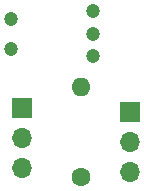
<source format=gbr>
%TF.GenerationSoftware,KiCad,Pcbnew,7.0.9*%
%TF.CreationDate,2023-11-25T09:20:38+10:00*%
%TF.ProjectId,util_photoswitch,7574696c-5f70-4686-9f74-6f7377697463,rev?*%
%TF.SameCoordinates,Original*%
%TF.FileFunction,Soldermask,Top*%
%TF.FilePolarity,Negative*%
%FSLAX46Y46*%
G04 Gerber Fmt 4.6, Leading zero omitted, Abs format (unit mm)*
G04 Created by KiCad (PCBNEW 7.0.9) date 2023-11-25 09:20:38*
%MOMM*%
%LPD*%
G01*
G04 APERTURE LIST*
%ADD10R,1.700000X1.700000*%
%ADD11O,1.700000X1.700000*%
%ADD12C,1.600000*%
%ADD13O,1.600000X1.600000*%
%ADD14C,1.200000*%
G04 APERTURE END LIST*
D10*
%TO.C,J1*%
X144430000Y-100700000D03*
D11*
X144430000Y-103240000D03*
X144430000Y-105780000D03*
%TD*%
D12*
%TO.C,R1*%
X140270000Y-106190000D03*
D13*
X140270000Y-98570000D03*
%TD*%
D10*
%TO.C,J2*%
X135270000Y-100350000D03*
D11*
X135270000Y-102890000D03*
X135270000Y-105430000D03*
%TD*%
D14*
%TO.C,U1*%
X134289980Y-95330000D03*
X134289980Y-92790000D03*
X141274980Y-92155000D03*
X141274980Y-94060000D03*
X141274980Y-95965000D03*
%TD*%
M02*

</source>
